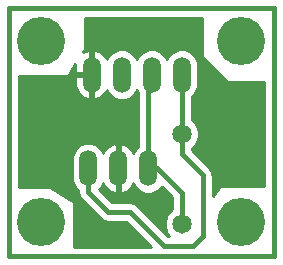
<source format=gbl>
G04 (created by PCBNEW-RS274X (2011-05-25)-stable) date Fri 22 Feb 2013 06:20:34 AM EST*
G01*
G70*
G90*
%MOIN*%
G04 Gerber Fmt 3.4, Leading zero omitted, Abs format*
%FSLAX34Y34*%
G04 APERTURE LIST*
%ADD10C,0.006000*%
%ADD11C,0.015000*%
%ADD12C,0.065000*%
%ADD13O,0.059300X0.118700*%
%ADD14C,0.160000*%
%ADD15C,0.010000*%
G04 APERTURE END LIST*
G54D10*
G54D11*
X09120Y-00260D02*
X09120Y-00440D01*
X01340Y-00260D02*
X09120Y-00260D01*
X09120Y-08540D02*
X09120Y-00340D01*
X00280Y-08540D02*
X09120Y-08540D01*
X00280Y-08540D02*
X00280Y-08120D01*
X00280Y-00260D02*
X00280Y-00880D01*
X01320Y-00260D02*
X00280Y-00260D01*
X00280Y-08460D02*
X00280Y-00320D01*
G54D12*
X06040Y-07460D03*
X06040Y-04460D03*
G54D13*
X02920Y-05600D03*
X03920Y-05600D03*
X04920Y-05600D03*
G54D14*
X01360Y-01360D03*
X08000Y-01360D03*
X01360Y-07380D03*
X08000Y-07380D03*
G54D13*
X03040Y-02480D03*
X06040Y-02480D03*
X05040Y-02480D03*
X04040Y-02480D03*
G54D11*
X04920Y-05600D02*
X05220Y-05600D01*
X06040Y-06420D02*
X06040Y-07460D01*
X05220Y-05600D02*
X06040Y-06420D01*
X04920Y-05600D02*
X04920Y-02600D01*
X04920Y-02600D02*
X05040Y-02480D01*
X03040Y-02480D02*
X03040Y-03380D01*
X03920Y-04260D02*
X03920Y-05600D01*
X03040Y-03380D02*
X03920Y-04260D01*
X02920Y-05600D02*
X02920Y-06400D01*
X06040Y-05140D02*
X06040Y-04460D01*
X06740Y-05840D02*
X06040Y-05140D01*
X06740Y-07860D02*
X06740Y-05840D01*
X06420Y-08180D02*
X06740Y-07860D01*
X05440Y-08180D02*
X06420Y-08180D01*
X04320Y-07060D02*
X05440Y-08180D01*
X03580Y-07060D02*
X04320Y-07060D01*
X02920Y-06400D02*
X03580Y-07060D01*
X06040Y-02480D02*
X06040Y-04460D01*
G54D10*
G36*
X08795Y-06190D02*
X07315Y-06190D01*
X07065Y-06514D01*
X07065Y-05840D01*
X07064Y-05839D01*
X07065Y-05839D01*
X07059Y-05814D01*
X07040Y-05716D01*
X07039Y-05715D01*
X06970Y-05610D01*
X06967Y-05608D01*
X06365Y-05005D01*
X06365Y-04948D01*
X06527Y-04786D01*
X06615Y-04575D01*
X06615Y-04346D01*
X06528Y-04135D01*
X06366Y-03973D01*
X06365Y-03972D01*
X06365Y-03226D01*
X06494Y-03097D01*
X06576Y-02900D01*
X06576Y-02687D01*
X06576Y-02061D01*
X06495Y-01864D01*
X06344Y-01713D01*
X06147Y-01631D01*
X05934Y-01631D01*
X05737Y-01712D01*
X05586Y-01863D01*
X05540Y-01973D01*
X05495Y-01864D01*
X05344Y-01713D01*
X05147Y-01631D01*
X04934Y-01631D01*
X04737Y-01712D01*
X04586Y-01863D01*
X04540Y-01973D01*
X04495Y-01864D01*
X04344Y-01713D01*
X04147Y-01631D01*
X03934Y-01631D01*
X03737Y-01712D01*
X03586Y-01863D01*
X03541Y-01970D01*
X03507Y-01884D01*
X03357Y-01728D01*
X03174Y-01655D01*
X03090Y-01702D01*
X03090Y-02380D01*
X03090Y-02430D01*
X03090Y-02530D01*
X03090Y-02580D01*
X03090Y-03258D01*
X03174Y-03305D01*
X03357Y-03232D01*
X03507Y-03076D01*
X03541Y-02989D01*
X03585Y-03096D01*
X03736Y-03247D01*
X03933Y-03329D01*
X04146Y-03329D01*
X04343Y-03248D01*
X04494Y-03097D01*
X04539Y-02986D01*
X04585Y-03096D01*
X04595Y-03106D01*
X04595Y-04854D01*
X04466Y-04983D01*
X04421Y-05090D01*
X04387Y-05004D01*
X04237Y-04848D01*
X04054Y-04775D01*
X03970Y-04822D01*
X03970Y-05500D01*
X03970Y-05550D01*
X03970Y-05650D01*
X03970Y-05700D01*
X03970Y-06378D01*
X04054Y-06425D01*
X04237Y-06352D01*
X04387Y-06196D01*
X04421Y-06109D01*
X04465Y-06216D01*
X04616Y-06367D01*
X04813Y-06449D01*
X05026Y-06449D01*
X05223Y-06368D01*
X05374Y-06217D01*
X05375Y-06214D01*
X05715Y-06554D01*
X05715Y-06972D01*
X05553Y-07134D01*
X05465Y-07345D01*
X05465Y-07574D01*
X05552Y-07785D01*
X05622Y-07855D01*
X05574Y-07855D01*
X04550Y-06830D01*
X04444Y-06760D01*
X04320Y-06735D01*
X03715Y-06735D01*
X03285Y-06305D01*
X03374Y-06217D01*
X03418Y-06109D01*
X03453Y-06196D01*
X03603Y-06352D01*
X03786Y-06425D01*
X03870Y-06378D01*
X03870Y-05700D01*
X03870Y-05650D01*
X03870Y-05550D01*
X03870Y-05500D01*
X03870Y-04822D01*
X03786Y-04775D01*
X03603Y-04848D01*
X03453Y-05004D01*
X03418Y-05090D01*
X03375Y-04984D01*
X03224Y-04833D01*
X03027Y-04751D01*
X02990Y-04751D01*
X02990Y-03258D01*
X02990Y-02530D01*
X02494Y-02530D01*
X02494Y-02875D01*
X02573Y-03076D01*
X02723Y-03232D01*
X02906Y-03305D01*
X02990Y-03258D01*
X02990Y-04751D01*
X02814Y-04751D01*
X02617Y-04832D01*
X02466Y-04983D01*
X02384Y-05180D01*
X02384Y-05393D01*
X02384Y-06019D01*
X02465Y-06216D01*
X02595Y-06346D01*
X02595Y-06400D01*
X02620Y-06524D01*
X02690Y-06630D01*
X03350Y-07290D01*
X03455Y-07360D01*
X03456Y-07360D01*
X03580Y-07385D01*
X04185Y-07385D01*
X05015Y-08215D01*
X02450Y-08215D01*
X02450Y-06733D01*
X01655Y-06210D01*
X00605Y-06210D01*
X00605Y-02530D01*
X02248Y-02530D01*
X02494Y-02129D01*
X02494Y-02430D01*
X02990Y-02430D01*
X02990Y-01702D01*
X02906Y-01655D01*
X02745Y-01718D01*
X02810Y-01614D01*
X02810Y-00585D01*
X06730Y-00585D01*
X06730Y-01901D01*
X07560Y-02710D01*
X08795Y-02710D01*
X08795Y-06190D01*
X08795Y-06190D01*
G37*
G54D15*
X08795Y-06190D02*
X07315Y-06190D01*
X07065Y-06514D01*
X07065Y-05840D01*
X07064Y-05839D01*
X07065Y-05839D01*
X07059Y-05814D01*
X07040Y-05716D01*
X07039Y-05715D01*
X06970Y-05610D01*
X06967Y-05608D01*
X06365Y-05005D01*
X06365Y-04948D01*
X06527Y-04786D01*
X06615Y-04575D01*
X06615Y-04346D01*
X06528Y-04135D01*
X06366Y-03973D01*
X06365Y-03972D01*
X06365Y-03226D01*
X06494Y-03097D01*
X06576Y-02900D01*
X06576Y-02687D01*
X06576Y-02061D01*
X06495Y-01864D01*
X06344Y-01713D01*
X06147Y-01631D01*
X05934Y-01631D01*
X05737Y-01712D01*
X05586Y-01863D01*
X05540Y-01973D01*
X05495Y-01864D01*
X05344Y-01713D01*
X05147Y-01631D01*
X04934Y-01631D01*
X04737Y-01712D01*
X04586Y-01863D01*
X04540Y-01973D01*
X04495Y-01864D01*
X04344Y-01713D01*
X04147Y-01631D01*
X03934Y-01631D01*
X03737Y-01712D01*
X03586Y-01863D01*
X03541Y-01970D01*
X03507Y-01884D01*
X03357Y-01728D01*
X03174Y-01655D01*
X03090Y-01702D01*
X03090Y-02380D01*
X03090Y-02430D01*
X03090Y-02530D01*
X03090Y-02580D01*
X03090Y-03258D01*
X03174Y-03305D01*
X03357Y-03232D01*
X03507Y-03076D01*
X03541Y-02989D01*
X03585Y-03096D01*
X03736Y-03247D01*
X03933Y-03329D01*
X04146Y-03329D01*
X04343Y-03248D01*
X04494Y-03097D01*
X04539Y-02986D01*
X04585Y-03096D01*
X04595Y-03106D01*
X04595Y-04854D01*
X04466Y-04983D01*
X04421Y-05090D01*
X04387Y-05004D01*
X04237Y-04848D01*
X04054Y-04775D01*
X03970Y-04822D01*
X03970Y-05500D01*
X03970Y-05550D01*
X03970Y-05650D01*
X03970Y-05700D01*
X03970Y-06378D01*
X04054Y-06425D01*
X04237Y-06352D01*
X04387Y-06196D01*
X04421Y-06109D01*
X04465Y-06216D01*
X04616Y-06367D01*
X04813Y-06449D01*
X05026Y-06449D01*
X05223Y-06368D01*
X05374Y-06217D01*
X05375Y-06214D01*
X05715Y-06554D01*
X05715Y-06972D01*
X05553Y-07134D01*
X05465Y-07345D01*
X05465Y-07574D01*
X05552Y-07785D01*
X05622Y-07855D01*
X05574Y-07855D01*
X04550Y-06830D01*
X04444Y-06760D01*
X04320Y-06735D01*
X03715Y-06735D01*
X03285Y-06305D01*
X03374Y-06217D01*
X03418Y-06109D01*
X03453Y-06196D01*
X03603Y-06352D01*
X03786Y-06425D01*
X03870Y-06378D01*
X03870Y-05700D01*
X03870Y-05650D01*
X03870Y-05550D01*
X03870Y-05500D01*
X03870Y-04822D01*
X03786Y-04775D01*
X03603Y-04848D01*
X03453Y-05004D01*
X03418Y-05090D01*
X03375Y-04984D01*
X03224Y-04833D01*
X03027Y-04751D01*
X02990Y-04751D01*
X02990Y-03258D01*
X02990Y-02530D01*
X02494Y-02530D01*
X02494Y-02875D01*
X02573Y-03076D01*
X02723Y-03232D01*
X02906Y-03305D01*
X02990Y-03258D01*
X02990Y-04751D01*
X02814Y-04751D01*
X02617Y-04832D01*
X02466Y-04983D01*
X02384Y-05180D01*
X02384Y-05393D01*
X02384Y-06019D01*
X02465Y-06216D01*
X02595Y-06346D01*
X02595Y-06400D01*
X02620Y-06524D01*
X02690Y-06630D01*
X03350Y-07290D01*
X03455Y-07360D01*
X03456Y-07360D01*
X03580Y-07385D01*
X04185Y-07385D01*
X05015Y-08215D01*
X02450Y-08215D01*
X02450Y-06733D01*
X01655Y-06210D01*
X00605Y-06210D01*
X00605Y-02530D01*
X02248Y-02530D01*
X02494Y-02129D01*
X02494Y-02430D01*
X02990Y-02430D01*
X02990Y-01702D01*
X02906Y-01655D01*
X02745Y-01718D01*
X02810Y-01614D01*
X02810Y-00585D01*
X06730Y-00585D01*
X06730Y-01901D01*
X07560Y-02710D01*
X08795Y-02710D01*
X08795Y-06190D01*
M02*

</source>
